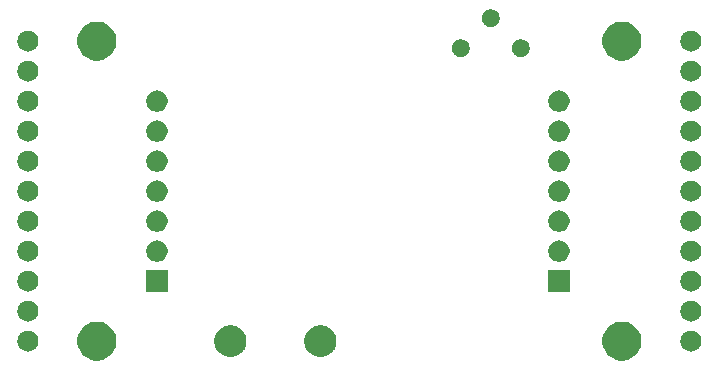
<source format=gbr>
G04 #@! TF.GenerationSoftware,KiCad,Pcbnew,(5.1.5)-3*
G04 #@! TF.CreationDate,2020-09-11T08:26:04-05:00*
G04 #@! TF.ProjectId,laser_driver,6c617365-725f-4647-9269-7665722e6b69,4.1*
G04 #@! TF.SameCoordinates,Original*
G04 #@! TF.FileFunction,Soldermask,Bot*
G04 #@! TF.FilePolarity,Negative*
%FSLAX46Y46*%
G04 Gerber Fmt 4.6, Leading zero omitted, Abs format (unit mm)*
G04 Created by KiCad (PCBNEW (5.1.5)-3) date 2020-09-11 08:26:04*
%MOMM*%
%LPD*%
G04 APERTURE LIST*
%ADD10C,0.100000*%
G04 APERTURE END LIST*
D10*
X194028000Y-105410000D02*
G75*
G03X194028000Y-105410000I-861000J0D01*
G01*
X194028000Y-102870000D02*
G75*
G03X194028000Y-102870000I-861000J0D01*
G01*
X194028000Y-100330000D02*
G75*
G03X194028000Y-100330000I-861000J0D01*
G01*
X194028000Y-97790000D02*
G75*
G03X194028000Y-97790000I-861000J0D01*
G01*
X194028000Y-95250000D02*
G75*
G03X194028000Y-95250000I-861000J0D01*
G01*
X194028000Y-92710000D02*
G75*
G03X194028000Y-92710000I-861000J0D01*
G01*
X194028000Y-90170000D02*
G75*
G03X194028000Y-90170000I-861000J0D01*
G01*
X194028000Y-87630000D02*
G75*
G03X194028000Y-87630000I-861000J0D01*
G01*
X194028000Y-85090000D02*
G75*
G03X194028000Y-85090000I-861000J0D01*
G01*
X194028000Y-82550000D02*
G75*
G03X194028000Y-82550000I-861000J0D01*
G01*
X194028000Y-80010000D02*
G75*
G03X194028000Y-80010000I-861000J0D01*
G01*
X137894000Y-105410000D02*
G75*
G03X137894000Y-105410000I-861000J0D01*
G01*
X137894000Y-102870000D02*
G75*
G03X137894000Y-102870000I-861000J0D01*
G01*
X137894000Y-100330000D02*
G75*
G03X137894000Y-100330000I-861000J0D01*
G01*
X137894000Y-97790000D02*
G75*
G03X137894000Y-97790000I-861000J0D01*
G01*
X137894000Y-95250000D02*
G75*
G03X137894000Y-95250000I-861000J0D01*
G01*
X137894000Y-92710000D02*
G75*
G03X137894000Y-92710000I-861000J0D01*
G01*
X137894000Y-90170000D02*
G75*
G03X137894000Y-90170000I-861000J0D01*
G01*
X137894000Y-87630000D02*
G75*
G03X137894000Y-87630000I-861000J0D01*
G01*
X137894000Y-85090000D02*
G75*
G03X137894000Y-85090000I-861000J0D01*
G01*
X137894000Y-82550000D02*
G75*
G03X137894000Y-82550000I-861000J0D01*
G01*
X137894000Y-80010000D02*
G75*
G03X137894000Y-80010000I-861000J0D01*
G01*
G36*
X187700256Y-103801298D02*
G01*
X187806579Y-103822447D01*
X188107042Y-103946903D01*
X188377451Y-104127585D01*
X188607415Y-104357549D01*
X188788097Y-104627958D01*
X188788098Y-104627960D01*
X188912553Y-104928422D01*
X188976000Y-105247389D01*
X188976000Y-105572611D01*
X188933702Y-105785256D01*
X188912553Y-105891579D01*
X188788097Y-106192042D01*
X188607415Y-106462451D01*
X188377451Y-106692415D01*
X188107042Y-106873097D01*
X187806579Y-106997553D01*
X187700256Y-107018702D01*
X187487611Y-107061000D01*
X187162389Y-107061000D01*
X186949744Y-107018702D01*
X186843421Y-106997553D01*
X186542958Y-106873097D01*
X186272549Y-106692415D01*
X186042585Y-106462451D01*
X185861903Y-106192042D01*
X185737447Y-105891579D01*
X185716298Y-105785256D01*
X185674000Y-105572611D01*
X185674000Y-105247389D01*
X185737447Y-104928422D01*
X185861902Y-104627960D01*
X185861903Y-104627958D01*
X186042585Y-104357549D01*
X186272549Y-104127585D01*
X186542958Y-103946903D01*
X186843421Y-103822447D01*
X186949744Y-103801298D01*
X187162389Y-103759000D01*
X187487611Y-103759000D01*
X187700256Y-103801298D01*
G37*
G36*
X143250256Y-103801298D02*
G01*
X143356579Y-103822447D01*
X143657042Y-103946903D01*
X143927451Y-104127585D01*
X144157415Y-104357549D01*
X144338097Y-104627958D01*
X144338098Y-104627960D01*
X144462553Y-104928422D01*
X144526000Y-105247389D01*
X144526000Y-105572611D01*
X144483702Y-105785256D01*
X144462553Y-105891579D01*
X144338097Y-106192042D01*
X144157415Y-106462451D01*
X143927451Y-106692415D01*
X143657042Y-106873097D01*
X143356579Y-106997553D01*
X143250256Y-107018702D01*
X143037611Y-107061000D01*
X142712389Y-107061000D01*
X142499744Y-107018702D01*
X142393421Y-106997553D01*
X142092958Y-106873097D01*
X141822549Y-106692415D01*
X141592585Y-106462451D01*
X141411903Y-106192042D01*
X141287447Y-105891579D01*
X141266298Y-105785256D01*
X141224000Y-105572611D01*
X141224000Y-105247389D01*
X141287447Y-104928422D01*
X141411902Y-104627960D01*
X141411903Y-104627958D01*
X141592585Y-104357549D01*
X141822549Y-104127585D01*
X142092958Y-103946903D01*
X142393421Y-103822447D01*
X142499744Y-103801298D01*
X142712389Y-103759000D01*
X143037611Y-103759000D01*
X143250256Y-103801298D01*
G37*
G36*
X154572072Y-104110918D02*
G01*
X154612308Y-104127584D01*
X154817939Y-104212759D01*
X154929328Y-104287187D01*
X155039211Y-104360609D01*
X155227391Y-104548789D01*
X155293008Y-104646992D01*
X155355969Y-104741218D01*
X155375242Y-104770063D01*
X155477082Y-105015928D01*
X155529000Y-105276937D01*
X155529000Y-105543063D01*
X155505512Y-105661143D01*
X155477082Y-105804072D01*
X155375241Y-106049939D01*
X155300813Y-106161328D01*
X155280292Y-106192040D01*
X155227390Y-106271212D01*
X155039212Y-106459390D01*
X154817939Y-106607241D01*
X154817938Y-106607242D01*
X154817937Y-106607242D01*
X154572072Y-106709082D01*
X154311063Y-106761000D01*
X154044937Y-106761000D01*
X153783928Y-106709082D01*
X153538063Y-106607242D01*
X153538062Y-106607242D01*
X153538061Y-106607241D01*
X153316788Y-106459390D01*
X153128610Y-106271212D01*
X153075709Y-106192040D01*
X153055187Y-106161328D01*
X152980759Y-106049939D01*
X152878918Y-105804072D01*
X152850488Y-105661143D01*
X152827000Y-105543063D01*
X152827000Y-105276937D01*
X152878918Y-105015928D01*
X152980758Y-104770063D01*
X153000032Y-104741218D01*
X153062992Y-104646992D01*
X153128609Y-104548789D01*
X153316789Y-104360609D01*
X153426672Y-104287187D01*
X153538061Y-104212759D01*
X153743693Y-104127584D01*
X153783928Y-104110918D01*
X154044937Y-104059000D01*
X154311063Y-104059000D01*
X154572072Y-104110918D01*
G37*
G36*
X162192072Y-104110918D02*
G01*
X162232308Y-104127584D01*
X162437939Y-104212759D01*
X162549328Y-104287187D01*
X162659211Y-104360609D01*
X162847391Y-104548789D01*
X162913008Y-104646992D01*
X162975969Y-104741218D01*
X162995242Y-104770063D01*
X163097082Y-105015928D01*
X163149000Y-105276937D01*
X163149000Y-105543063D01*
X163125512Y-105661143D01*
X163097082Y-105804072D01*
X162995241Y-106049939D01*
X162920813Y-106161328D01*
X162900292Y-106192040D01*
X162847390Y-106271212D01*
X162659212Y-106459390D01*
X162437939Y-106607241D01*
X162437938Y-106607242D01*
X162437937Y-106607242D01*
X162192072Y-106709082D01*
X161931063Y-106761000D01*
X161664937Y-106761000D01*
X161403928Y-106709082D01*
X161158063Y-106607242D01*
X161158062Y-106607242D01*
X161158061Y-106607241D01*
X160936788Y-106459390D01*
X160748610Y-106271212D01*
X160695709Y-106192040D01*
X160675187Y-106161328D01*
X160600759Y-106049939D01*
X160498918Y-105804072D01*
X160470488Y-105661143D01*
X160447000Y-105543063D01*
X160447000Y-105276937D01*
X160498918Y-105015928D01*
X160600758Y-104770063D01*
X160620032Y-104741218D01*
X160682992Y-104646992D01*
X160748609Y-104548789D01*
X160936789Y-104360609D01*
X161046672Y-104287187D01*
X161158061Y-104212759D01*
X161363693Y-104127584D01*
X161403928Y-104110918D01*
X161664937Y-104059000D01*
X161931063Y-104059000D01*
X162192072Y-104110918D01*
G37*
G36*
X193418143Y-104582087D02*
G01*
X193574838Y-104646992D01*
X193715853Y-104741215D01*
X193835785Y-104861147D01*
X193930008Y-105002162D01*
X193994913Y-105158857D01*
X194028000Y-105325198D01*
X194028000Y-105494802D01*
X193994913Y-105661143D01*
X193930008Y-105817838D01*
X193835785Y-105958853D01*
X193715853Y-106078785D01*
X193574838Y-106173008D01*
X193418143Y-106237913D01*
X193251802Y-106271000D01*
X193082198Y-106271000D01*
X192915857Y-106237913D01*
X192759162Y-106173008D01*
X192618147Y-106078785D01*
X192498215Y-105958853D01*
X192403992Y-105817838D01*
X192339087Y-105661143D01*
X192306000Y-105494802D01*
X192306000Y-105325198D01*
X192339087Y-105158857D01*
X192403992Y-105002162D01*
X192498215Y-104861147D01*
X192618147Y-104741215D01*
X192759162Y-104646992D01*
X192915857Y-104582087D01*
X193082198Y-104549000D01*
X193251802Y-104549000D01*
X193418143Y-104582087D01*
G37*
G36*
X137284143Y-104582087D02*
G01*
X137440838Y-104646992D01*
X137581853Y-104741215D01*
X137701785Y-104861147D01*
X137796008Y-105002162D01*
X137860913Y-105158857D01*
X137894000Y-105325198D01*
X137894000Y-105494802D01*
X137860913Y-105661143D01*
X137796008Y-105817838D01*
X137701785Y-105958853D01*
X137581853Y-106078785D01*
X137440838Y-106173008D01*
X137284143Y-106237913D01*
X137117802Y-106271000D01*
X136948198Y-106271000D01*
X136781857Y-106237913D01*
X136625162Y-106173008D01*
X136484147Y-106078785D01*
X136364215Y-105958853D01*
X136269992Y-105817838D01*
X136205087Y-105661143D01*
X136172000Y-105494802D01*
X136172000Y-105325198D01*
X136205087Y-105158857D01*
X136269992Y-105002162D01*
X136364215Y-104861147D01*
X136484147Y-104741215D01*
X136625162Y-104646992D01*
X136781857Y-104582087D01*
X136948198Y-104549000D01*
X137117802Y-104549000D01*
X137284143Y-104582087D01*
G37*
G36*
X193418143Y-102042087D02*
G01*
X193574838Y-102106992D01*
X193715853Y-102201215D01*
X193835785Y-102321147D01*
X193930008Y-102462162D01*
X193994913Y-102618857D01*
X194028000Y-102785198D01*
X194028000Y-102954802D01*
X193994913Y-103121143D01*
X193930008Y-103277838D01*
X193835785Y-103418853D01*
X193715853Y-103538785D01*
X193574838Y-103633008D01*
X193418143Y-103697913D01*
X193251802Y-103731000D01*
X193082198Y-103731000D01*
X192915857Y-103697913D01*
X192759162Y-103633008D01*
X192618147Y-103538785D01*
X192498215Y-103418853D01*
X192403992Y-103277838D01*
X192339087Y-103121143D01*
X192306000Y-102954802D01*
X192306000Y-102785198D01*
X192339087Y-102618857D01*
X192403992Y-102462162D01*
X192498215Y-102321147D01*
X192618147Y-102201215D01*
X192759162Y-102106992D01*
X192915857Y-102042087D01*
X193082198Y-102009000D01*
X193251802Y-102009000D01*
X193418143Y-102042087D01*
G37*
G36*
X137284143Y-102042087D02*
G01*
X137440838Y-102106992D01*
X137581853Y-102201215D01*
X137701785Y-102321147D01*
X137796008Y-102462162D01*
X137860913Y-102618857D01*
X137894000Y-102785198D01*
X137894000Y-102954802D01*
X137860913Y-103121143D01*
X137796008Y-103277838D01*
X137701785Y-103418853D01*
X137581853Y-103538785D01*
X137440838Y-103633008D01*
X137284143Y-103697913D01*
X137117802Y-103731000D01*
X136948198Y-103731000D01*
X136781857Y-103697913D01*
X136625162Y-103633008D01*
X136484147Y-103538785D01*
X136364215Y-103418853D01*
X136269992Y-103277838D01*
X136205087Y-103121143D01*
X136172000Y-102954802D01*
X136172000Y-102785198D01*
X136205087Y-102618857D01*
X136269992Y-102462162D01*
X136364215Y-102321147D01*
X136484147Y-102201215D01*
X136625162Y-102106992D01*
X136781857Y-102042087D01*
X136948198Y-102009000D01*
X137117802Y-102009000D01*
X137284143Y-102042087D01*
G37*
G36*
X148856000Y-101231000D02*
G01*
X147054000Y-101231000D01*
X147054000Y-99429000D01*
X148856000Y-99429000D01*
X148856000Y-101231000D01*
G37*
G36*
X182892000Y-101231000D02*
G01*
X181090000Y-101231000D01*
X181090000Y-99429000D01*
X182892000Y-99429000D01*
X182892000Y-101231000D01*
G37*
G36*
X137284143Y-99502087D02*
G01*
X137440838Y-99566992D01*
X137581853Y-99661215D01*
X137701785Y-99781147D01*
X137796008Y-99922162D01*
X137860913Y-100078857D01*
X137894000Y-100245198D01*
X137894000Y-100414802D01*
X137860913Y-100581143D01*
X137796008Y-100737838D01*
X137701785Y-100878853D01*
X137581853Y-100998785D01*
X137440838Y-101093008D01*
X137284143Y-101157913D01*
X137117802Y-101191000D01*
X136948198Y-101191000D01*
X136781857Y-101157913D01*
X136625162Y-101093008D01*
X136484147Y-100998785D01*
X136364215Y-100878853D01*
X136269992Y-100737838D01*
X136205087Y-100581143D01*
X136172000Y-100414802D01*
X136172000Y-100245198D01*
X136205087Y-100078857D01*
X136269992Y-99922162D01*
X136364215Y-99781147D01*
X136484147Y-99661215D01*
X136625162Y-99566992D01*
X136781857Y-99502087D01*
X136948198Y-99469000D01*
X137117802Y-99469000D01*
X137284143Y-99502087D01*
G37*
G36*
X193418143Y-99502087D02*
G01*
X193574838Y-99566992D01*
X193715853Y-99661215D01*
X193835785Y-99781147D01*
X193930008Y-99922162D01*
X193994913Y-100078857D01*
X194028000Y-100245198D01*
X194028000Y-100414802D01*
X193994913Y-100581143D01*
X193930008Y-100737838D01*
X193835785Y-100878853D01*
X193715853Y-100998785D01*
X193574838Y-101093008D01*
X193418143Y-101157913D01*
X193251802Y-101191000D01*
X193082198Y-101191000D01*
X192915857Y-101157913D01*
X192759162Y-101093008D01*
X192618147Y-100998785D01*
X192498215Y-100878853D01*
X192403992Y-100737838D01*
X192339087Y-100581143D01*
X192306000Y-100414802D01*
X192306000Y-100245198D01*
X192339087Y-100078857D01*
X192403992Y-99922162D01*
X192498215Y-99781147D01*
X192618147Y-99661215D01*
X192759162Y-99566992D01*
X192915857Y-99502087D01*
X193082198Y-99469000D01*
X193251802Y-99469000D01*
X193418143Y-99502087D01*
G37*
G36*
X182104512Y-96893927D02*
G01*
X182253812Y-96923624D01*
X182417784Y-96991544D01*
X182565354Y-97090147D01*
X182690853Y-97215646D01*
X182789456Y-97363216D01*
X182857376Y-97527188D01*
X182892000Y-97701259D01*
X182892000Y-97878741D01*
X182857376Y-98052812D01*
X182789456Y-98216784D01*
X182690853Y-98364354D01*
X182565354Y-98489853D01*
X182417784Y-98588456D01*
X182253812Y-98656376D01*
X182104512Y-98686073D01*
X182079742Y-98691000D01*
X181902258Y-98691000D01*
X181877488Y-98686073D01*
X181728188Y-98656376D01*
X181564216Y-98588456D01*
X181416646Y-98489853D01*
X181291147Y-98364354D01*
X181192544Y-98216784D01*
X181124624Y-98052812D01*
X181090000Y-97878741D01*
X181090000Y-97701259D01*
X181124624Y-97527188D01*
X181192544Y-97363216D01*
X181291147Y-97215646D01*
X181416646Y-97090147D01*
X181564216Y-96991544D01*
X181728188Y-96923624D01*
X181877488Y-96893927D01*
X181902258Y-96889000D01*
X182079742Y-96889000D01*
X182104512Y-96893927D01*
G37*
G36*
X148068512Y-96893927D02*
G01*
X148217812Y-96923624D01*
X148381784Y-96991544D01*
X148529354Y-97090147D01*
X148654853Y-97215646D01*
X148753456Y-97363216D01*
X148821376Y-97527188D01*
X148856000Y-97701259D01*
X148856000Y-97878741D01*
X148821376Y-98052812D01*
X148753456Y-98216784D01*
X148654853Y-98364354D01*
X148529354Y-98489853D01*
X148381784Y-98588456D01*
X148217812Y-98656376D01*
X148068512Y-98686073D01*
X148043742Y-98691000D01*
X147866258Y-98691000D01*
X147841488Y-98686073D01*
X147692188Y-98656376D01*
X147528216Y-98588456D01*
X147380646Y-98489853D01*
X147255147Y-98364354D01*
X147156544Y-98216784D01*
X147088624Y-98052812D01*
X147054000Y-97878741D01*
X147054000Y-97701259D01*
X147088624Y-97527188D01*
X147156544Y-97363216D01*
X147255147Y-97215646D01*
X147380646Y-97090147D01*
X147528216Y-96991544D01*
X147692188Y-96923624D01*
X147841488Y-96893927D01*
X147866258Y-96889000D01*
X148043742Y-96889000D01*
X148068512Y-96893927D01*
G37*
G36*
X193418143Y-96962087D02*
G01*
X193574838Y-97026992D01*
X193715853Y-97121215D01*
X193835785Y-97241147D01*
X193930008Y-97382162D01*
X193994913Y-97538857D01*
X194028000Y-97705198D01*
X194028000Y-97874802D01*
X193994913Y-98041143D01*
X193930008Y-98197838D01*
X193835785Y-98338853D01*
X193715853Y-98458785D01*
X193574838Y-98553008D01*
X193418143Y-98617913D01*
X193251802Y-98651000D01*
X193082198Y-98651000D01*
X192915857Y-98617913D01*
X192759162Y-98553008D01*
X192618147Y-98458785D01*
X192498215Y-98338853D01*
X192403992Y-98197838D01*
X192339087Y-98041143D01*
X192306000Y-97874802D01*
X192306000Y-97705198D01*
X192339087Y-97538857D01*
X192403992Y-97382162D01*
X192498215Y-97241147D01*
X192618147Y-97121215D01*
X192759162Y-97026992D01*
X192915857Y-96962087D01*
X193082198Y-96929000D01*
X193251802Y-96929000D01*
X193418143Y-96962087D01*
G37*
G36*
X137284143Y-96962087D02*
G01*
X137440838Y-97026992D01*
X137581853Y-97121215D01*
X137701785Y-97241147D01*
X137796008Y-97382162D01*
X137860913Y-97538857D01*
X137894000Y-97705198D01*
X137894000Y-97874802D01*
X137860913Y-98041143D01*
X137796008Y-98197838D01*
X137701785Y-98338853D01*
X137581853Y-98458785D01*
X137440838Y-98553008D01*
X137284143Y-98617913D01*
X137117802Y-98651000D01*
X136948198Y-98651000D01*
X136781857Y-98617913D01*
X136625162Y-98553008D01*
X136484147Y-98458785D01*
X136364215Y-98338853D01*
X136269992Y-98197838D01*
X136205087Y-98041143D01*
X136172000Y-97874802D01*
X136172000Y-97705198D01*
X136205087Y-97538857D01*
X136269992Y-97382162D01*
X136364215Y-97241147D01*
X136484147Y-97121215D01*
X136625162Y-97026992D01*
X136781857Y-96962087D01*
X136948198Y-96929000D01*
X137117802Y-96929000D01*
X137284143Y-96962087D01*
G37*
G36*
X182104512Y-94353927D02*
G01*
X182253812Y-94383624D01*
X182417784Y-94451544D01*
X182565354Y-94550147D01*
X182690853Y-94675646D01*
X182789456Y-94823216D01*
X182857376Y-94987188D01*
X182892000Y-95161259D01*
X182892000Y-95338741D01*
X182857376Y-95512812D01*
X182789456Y-95676784D01*
X182690853Y-95824354D01*
X182565354Y-95949853D01*
X182417784Y-96048456D01*
X182253812Y-96116376D01*
X182104512Y-96146073D01*
X182079742Y-96151000D01*
X181902258Y-96151000D01*
X181877488Y-96146073D01*
X181728188Y-96116376D01*
X181564216Y-96048456D01*
X181416646Y-95949853D01*
X181291147Y-95824354D01*
X181192544Y-95676784D01*
X181124624Y-95512812D01*
X181090000Y-95338741D01*
X181090000Y-95161259D01*
X181124624Y-94987188D01*
X181192544Y-94823216D01*
X181291147Y-94675646D01*
X181416646Y-94550147D01*
X181564216Y-94451544D01*
X181728188Y-94383624D01*
X181877488Y-94353927D01*
X181902258Y-94349000D01*
X182079742Y-94349000D01*
X182104512Y-94353927D01*
G37*
G36*
X148068512Y-94353927D02*
G01*
X148217812Y-94383624D01*
X148381784Y-94451544D01*
X148529354Y-94550147D01*
X148654853Y-94675646D01*
X148753456Y-94823216D01*
X148821376Y-94987188D01*
X148856000Y-95161259D01*
X148856000Y-95338741D01*
X148821376Y-95512812D01*
X148753456Y-95676784D01*
X148654853Y-95824354D01*
X148529354Y-95949853D01*
X148381784Y-96048456D01*
X148217812Y-96116376D01*
X148068512Y-96146073D01*
X148043742Y-96151000D01*
X147866258Y-96151000D01*
X147841488Y-96146073D01*
X147692188Y-96116376D01*
X147528216Y-96048456D01*
X147380646Y-95949853D01*
X147255147Y-95824354D01*
X147156544Y-95676784D01*
X147088624Y-95512812D01*
X147054000Y-95338741D01*
X147054000Y-95161259D01*
X147088624Y-94987188D01*
X147156544Y-94823216D01*
X147255147Y-94675646D01*
X147380646Y-94550147D01*
X147528216Y-94451544D01*
X147692188Y-94383624D01*
X147841488Y-94353927D01*
X147866258Y-94349000D01*
X148043742Y-94349000D01*
X148068512Y-94353927D01*
G37*
G36*
X193418143Y-94422087D02*
G01*
X193574838Y-94486992D01*
X193715853Y-94581215D01*
X193835785Y-94701147D01*
X193930008Y-94842162D01*
X193994913Y-94998857D01*
X194028000Y-95165198D01*
X194028000Y-95334802D01*
X193994913Y-95501143D01*
X193930008Y-95657838D01*
X193835785Y-95798853D01*
X193715853Y-95918785D01*
X193574838Y-96013008D01*
X193418143Y-96077913D01*
X193251802Y-96111000D01*
X193082198Y-96111000D01*
X192915857Y-96077913D01*
X192759162Y-96013008D01*
X192618147Y-95918785D01*
X192498215Y-95798853D01*
X192403992Y-95657838D01*
X192339087Y-95501143D01*
X192306000Y-95334802D01*
X192306000Y-95165198D01*
X192339087Y-94998857D01*
X192403992Y-94842162D01*
X192498215Y-94701147D01*
X192618147Y-94581215D01*
X192759162Y-94486992D01*
X192915857Y-94422087D01*
X193082198Y-94389000D01*
X193251802Y-94389000D01*
X193418143Y-94422087D01*
G37*
G36*
X137284143Y-94422087D02*
G01*
X137440838Y-94486992D01*
X137581853Y-94581215D01*
X137701785Y-94701147D01*
X137796008Y-94842162D01*
X137860913Y-94998857D01*
X137894000Y-95165198D01*
X137894000Y-95334802D01*
X137860913Y-95501143D01*
X137796008Y-95657838D01*
X137701785Y-95798853D01*
X137581853Y-95918785D01*
X137440838Y-96013008D01*
X137284143Y-96077913D01*
X137117802Y-96111000D01*
X136948198Y-96111000D01*
X136781857Y-96077913D01*
X136625162Y-96013008D01*
X136484147Y-95918785D01*
X136364215Y-95798853D01*
X136269992Y-95657838D01*
X136205087Y-95501143D01*
X136172000Y-95334802D01*
X136172000Y-95165198D01*
X136205087Y-94998857D01*
X136269992Y-94842162D01*
X136364215Y-94701147D01*
X136484147Y-94581215D01*
X136625162Y-94486992D01*
X136781857Y-94422087D01*
X136948198Y-94389000D01*
X137117802Y-94389000D01*
X137284143Y-94422087D01*
G37*
G36*
X148068512Y-91813927D02*
G01*
X148217812Y-91843624D01*
X148381784Y-91911544D01*
X148529354Y-92010147D01*
X148654853Y-92135646D01*
X148753456Y-92283216D01*
X148821376Y-92447188D01*
X148856000Y-92621259D01*
X148856000Y-92798741D01*
X148821376Y-92972812D01*
X148753456Y-93136784D01*
X148654853Y-93284354D01*
X148529354Y-93409853D01*
X148381784Y-93508456D01*
X148217812Y-93576376D01*
X148068512Y-93606073D01*
X148043742Y-93611000D01*
X147866258Y-93611000D01*
X147841488Y-93606073D01*
X147692188Y-93576376D01*
X147528216Y-93508456D01*
X147380646Y-93409853D01*
X147255147Y-93284354D01*
X147156544Y-93136784D01*
X147088624Y-92972812D01*
X147054000Y-92798741D01*
X147054000Y-92621259D01*
X147088624Y-92447188D01*
X147156544Y-92283216D01*
X147255147Y-92135646D01*
X147380646Y-92010147D01*
X147528216Y-91911544D01*
X147692188Y-91843624D01*
X147841488Y-91813927D01*
X147866258Y-91809000D01*
X148043742Y-91809000D01*
X148068512Y-91813927D01*
G37*
G36*
X182104512Y-91813927D02*
G01*
X182253812Y-91843624D01*
X182417784Y-91911544D01*
X182565354Y-92010147D01*
X182690853Y-92135646D01*
X182789456Y-92283216D01*
X182857376Y-92447188D01*
X182892000Y-92621259D01*
X182892000Y-92798741D01*
X182857376Y-92972812D01*
X182789456Y-93136784D01*
X182690853Y-93284354D01*
X182565354Y-93409853D01*
X182417784Y-93508456D01*
X182253812Y-93576376D01*
X182104512Y-93606073D01*
X182079742Y-93611000D01*
X181902258Y-93611000D01*
X181877488Y-93606073D01*
X181728188Y-93576376D01*
X181564216Y-93508456D01*
X181416646Y-93409853D01*
X181291147Y-93284354D01*
X181192544Y-93136784D01*
X181124624Y-92972812D01*
X181090000Y-92798741D01*
X181090000Y-92621259D01*
X181124624Y-92447188D01*
X181192544Y-92283216D01*
X181291147Y-92135646D01*
X181416646Y-92010147D01*
X181564216Y-91911544D01*
X181728188Y-91843624D01*
X181877488Y-91813927D01*
X181902258Y-91809000D01*
X182079742Y-91809000D01*
X182104512Y-91813927D01*
G37*
G36*
X137284143Y-91882087D02*
G01*
X137440838Y-91946992D01*
X137581853Y-92041215D01*
X137701785Y-92161147D01*
X137796008Y-92302162D01*
X137860913Y-92458857D01*
X137894000Y-92625198D01*
X137894000Y-92794802D01*
X137860913Y-92961143D01*
X137796008Y-93117838D01*
X137701785Y-93258853D01*
X137581853Y-93378785D01*
X137440838Y-93473008D01*
X137284143Y-93537913D01*
X137117802Y-93571000D01*
X136948198Y-93571000D01*
X136781857Y-93537913D01*
X136625162Y-93473008D01*
X136484147Y-93378785D01*
X136364215Y-93258853D01*
X136269992Y-93117838D01*
X136205087Y-92961143D01*
X136172000Y-92794802D01*
X136172000Y-92625198D01*
X136205087Y-92458857D01*
X136269992Y-92302162D01*
X136364215Y-92161147D01*
X136484147Y-92041215D01*
X136625162Y-91946992D01*
X136781857Y-91882087D01*
X136948198Y-91849000D01*
X137117802Y-91849000D01*
X137284143Y-91882087D01*
G37*
G36*
X193418143Y-91882087D02*
G01*
X193574838Y-91946992D01*
X193715853Y-92041215D01*
X193835785Y-92161147D01*
X193930008Y-92302162D01*
X193994913Y-92458857D01*
X194028000Y-92625198D01*
X194028000Y-92794802D01*
X193994913Y-92961143D01*
X193930008Y-93117838D01*
X193835785Y-93258853D01*
X193715853Y-93378785D01*
X193574838Y-93473008D01*
X193418143Y-93537913D01*
X193251802Y-93571000D01*
X193082198Y-93571000D01*
X192915857Y-93537913D01*
X192759162Y-93473008D01*
X192618147Y-93378785D01*
X192498215Y-93258853D01*
X192403992Y-93117838D01*
X192339087Y-92961143D01*
X192306000Y-92794802D01*
X192306000Y-92625198D01*
X192339087Y-92458857D01*
X192403992Y-92302162D01*
X192498215Y-92161147D01*
X192618147Y-92041215D01*
X192759162Y-91946992D01*
X192915857Y-91882087D01*
X193082198Y-91849000D01*
X193251802Y-91849000D01*
X193418143Y-91882087D01*
G37*
G36*
X148068512Y-89273927D02*
G01*
X148217812Y-89303624D01*
X148381784Y-89371544D01*
X148529354Y-89470147D01*
X148654853Y-89595646D01*
X148753456Y-89743216D01*
X148821376Y-89907188D01*
X148856000Y-90081259D01*
X148856000Y-90258741D01*
X148821376Y-90432812D01*
X148753456Y-90596784D01*
X148654853Y-90744354D01*
X148529354Y-90869853D01*
X148381784Y-90968456D01*
X148217812Y-91036376D01*
X148068512Y-91066073D01*
X148043742Y-91071000D01*
X147866258Y-91071000D01*
X147841488Y-91066073D01*
X147692188Y-91036376D01*
X147528216Y-90968456D01*
X147380646Y-90869853D01*
X147255147Y-90744354D01*
X147156544Y-90596784D01*
X147088624Y-90432812D01*
X147054000Y-90258741D01*
X147054000Y-90081259D01*
X147088624Y-89907188D01*
X147156544Y-89743216D01*
X147255147Y-89595646D01*
X147380646Y-89470147D01*
X147528216Y-89371544D01*
X147692188Y-89303624D01*
X147841488Y-89273927D01*
X147866258Y-89269000D01*
X148043742Y-89269000D01*
X148068512Y-89273927D01*
G37*
G36*
X182104512Y-89273927D02*
G01*
X182253812Y-89303624D01*
X182417784Y-89371544D01*
X182565354Y-89470147D01*
X182690853Y-89595646D01*
X182789456Y-89743216D01*
X182857376Y-89907188D01*
X182892000Y-90081259D01*
X182892000Y-90258741D01*
X182857376Y-90432812D01*
X182789456Y-90596784D01*
X182690853Y-90744354D01*
X182565354Y-90869853D01*
X182417784Y-90968456D01*
X182253812Y-91036376D01*
X182104512Y-91066073D01*
X182079742Y-91071000D01*
X181902258Y-91071000D01*
X181877488Y-91066073D01*
X181728188Y-91036376D01*
X181564216Y-90968456D01*
X181416646Y-90869853D01*
X181291147Y-90744354D01*
X181192544Y-90596784D01*
X181124624Y-90432812D01*
X181090000Y-90258741D01*
X181090000Y-90081259D01*
X181124624Y-89907188D01*
X181192544Y-89743216D01*
X181291147Y-89595646D01*
X181416646Y-89470147D01*
X181564216Y-89371544D01*
X181728188Y-89303624D01*
X181877488Y-89273927D01*
X181902258Y-89269000D01*
X182079742Y-89269000D01*
X182104512Y-89273927D01*
G37*
G36*
X193418143Y-89342087D02*
G01*
X193574838Y-89406992D01*
X193715853Y-89501215D01*
X193835785Y-89621147D01*
X193930008Y-89762162D01*
X193994913Y-89918857D01*
X194028000Y-90085198D01*
X194028000Y-90254802D01*
X193994913Y-90421143D01*
X193930008Y-90577838D01*
X193835785Y-90718853D01*
X193715853Y-90838785D01*
X193574838Y-90933008D01*
X193418143Y-90997913D01*
X193251802Y-91031000D01*
X193082198Y-91031000D01*
X192915857Y-90997913D01*
X192759162Y-90933008D01*
X192618147Y-90838785D01*
X192498215Y-90718853D01*
X192403992Y-90577838D01*
X192339087Y-90421143D01*
X192306000Y-90254802D01*
X192306000Y-90085198D01*
X192339087Y-89918857D01*
X192403992Y-89762162D01*
X192498215Y-89621147D01*
X192618147Y-89501215D01*
X192759162Y-89406992D01*
X192915857Y-89342087D01*
X193082198Y-89309000D01*
X193251802Y-89309000D01*
X193418143Y-89342087D01*
G37*
G36*
X137284143Y-89342087D02*
G01*
X137440838Y-89406992D01*
X137581853Y-89501215D01*
X137701785Y-89621147D01*
X137796008Y-89762162D01*
X137860913Y-89918857D01*
X137894000Y-90085198D01*
X137894000Y-90254802D01*
X137860913Y-90421143D01*
X137796008Y-90577838D01*
X137701785Y-90718853D01*
X137581853Y-90838785D01*
X137440838Y-90933008D01*
X137284143Y-90997913D01*
X137117802Y-91031000D01*
X136948198Y-91031000D01*
X136781857Y-90997913D01*
X136625162Y-90933008D01*
X136484147Y-90838785D01*
X136364215Y-90718853D01*
X136269992Y-90577838D01*
X136205087Y-90421143D01*
X136172000Y-90254802D01*
X136172000Y-90085198D01*
X136205087Y-89918857D01*
X136269992Y-89762162D01*
X136364215Y-89621147D01*
X136484147Y-89501215D01*
X136625162Y-89406992D01*
X136781857Y-89342087D01*
X136948198Y-89309000D01*
X137117802Y-89309000D01*
X137284143Y-89342087D01*
G37*
G36*
X182104512Y-86733927D02*
G01*
X182253812Y-86763624D01*
X182417784Y-86831544D01*
X182565354Y-86930147D01*
X182690853Y-87055646D01*
X182789456Y-87203216D01*
X182857376Y-87367188D01*
X182892000Y-87541259D01*
X182892000Y-87718741D01*
X182857376Y-87892812D01*
X182789456Y-88056784D01*
X182690853Y-88204354D01*
X182565354Y-88329853D01*
X182417784Y-88428456D01*
X182253812Y-88496376D01*
X182104512Y-88526073D01*
X182079742Y-88531000D01*
X181902258Y-88531000D01*
X181877488Y-88526073D01*
X181728188Y-88496376D01*
X181564216Y-88428456D01*
X181416646Y-88329853D01*
X181291147Y-88204354D01*
X181192544Y-88056784D01*
X181124624Y-87892812D01*
X181090000Y-87718741D01*
X181090000Y-87541259D01*
X181124624Y-87367188D01*
X181192544Y-87203216D01*
X181291147Y-87055646D01*
X181416646Y-86930147D01*
X181564216Y-86831544D01*
X181728188Y-86763624D01*
X181877488Y-86733927D01*
X181902258Y-86729000D01*
X182079742Y-86729000D01*
X182104512Y-86733927D01*
G37*
G36*
X148068512Y-86733927D02*
G01*
X148217812Y-86763624D01*
X148381784Y-86831544D01*
X148529354Y-86930147D01*
X148654853Y-87055646D01*
X148753456Y-87203216D01*
X148821376Y-87367188D01*
X148856000Y-87541259D01*
X148856000Y-87718741D01*
X148821376Y-87892812D01*
X148753456Y-88056784D01*
X148654853Y-88204354D01*
X148529354Y-88329853D01*
X148381784Y-88428456D01*
X148217812Y-88496376D01*
X148068512Y-88526073D01*
X148043742Y-88531000D01*
X147866258Y-88531000D01*
X147841488Y-88526073D01*
X147692188Y-88496376D01*
X147528216Y-88428456D01*
X147380646Y-88329853D01*
X147255147Y-88204354D01*
X147156544Y-88056784D01*
X147088624Y-87892812D01*
X147054000Y-87718741D01*
X147054000Y-87541259D01*
X147088624Y-87367188D01*
X147156544Y-87203216D01*
X147255147Y-87055646D01*
X147380646Y-86930147D01*
X147528216Y-86831544D01*
X147692188Y-86763624D01*
X147841488Y-86733927D01*
X147866258Y-86729000D01*
X148043742Y-86729000D01*
X148068512Y-86733927D01*
G37*
G36*
X193418143Y-86802087D02*
G01*
X193574838Y-86866992D01*
X193715853Y-86961215D01*
X193835785Y-87081147D01*
X193930008Y-87222162D01*
X193994913Y-87378857D01*
X194028000Y-87545198D01*
X194028000Y-87714802D01*
X193994913Y-87881143D01*
X193930008Y-88037838D01*
X193835785Y-88178853D01*
X193715853Y-88298785D01*
X193574838Y-88393008D01*
X193418143Y-88457913D01*
X193251802Y-88491000D01*
X193082198Y-88491000D01*
X192915857Y-88457913D01*
X192759162Y-88393008D01*
X192618147Y-88298785D01*
X192498215Y-88178853D01*
X192403992Y-88037838D01*
X192339087Y-87881143D01*
X192306000Y-87714802D01*
X192306000Y-87545198D01*
X192339087Y-87378857D01*
X192403992Y-87222162D01*
X192498215Y-87081147D01*
X192618147Y-86961215D01*
X192759162Y-86866992D01*
X192915857Y-86802087D01*
X193082198Y-86769000D01*
X193251802Y-86769000D01*
X193418143Y-86802087D01*
G37*
G36*
X137284143Y-86802087D02*
G01*
X137440838Y-86866992D01*
X137581853Y-86961215D01*
X137701785Y-87081147D01*
X137796008Y-87222162D01*
X137860913Y-87378857D01*
X137894000Y-87545198D01*
X137894000Y-87714802D01*
X137860913Y-87881143D01*
X137796008Y-88037838D01*
X137701785Y-88178853D01*
X137581853Y-88298785D01*
X137440838Y-88393008D01*
X137284143Y-88457913D01*
X137117802Y-88491000D01*
X136948198Y-88491000D01*
X136781857Y-88457913D01*
X136625162Y-88393008D01*
X136484147Y-88298785D01*
X136364215Y-88178853D01*
X136269992Y-88037838D01*
X136205087Y-87881143D01*
X136172000Y-87714802D01*
X136172000Y-87545198D01*
X136205087Y-87378857D01*
X136269992Y-87222162D01*
X136364215Y-87081147D01*
X136484147Y-86961215D01*
X136625162Y-86866992D01*
X136781857Y-86802087D01*
X136948198Y-86769000D01*
X137117802Y-86769000D01*
X137284143Y-86802087D01*
G37*
G36*
X182104512Y-84193927D02*
G01*
X182253812Y-84223624D01*
X182417784Y-84291544D01*
X182565354Y-84390147D01*
X182690853Y-84515646D01*
X182789456Y-84663216D01*
X182857376Y-84827188D01*
X182892000Y-85001259D01*
X182892000Y-85178741D01*
X182857376Y-85352812D01*
X182789456Y-85516784D01*
X182690853Y-85664354D01*
X182565354Y-85789853D01*
X182417784Y-85888456D01*
X182253812Y-85956376D01*
X182104512Y-85986073D01*
X182079742Y-85991000D01*
X181902258Y-85991000D01*
X181877488Y-85986073D01*
X181728188Y-85956376D01*
X181564216Y-85888456D01*
X181416646Y-85789853D01*
X181291147Y-85664354D01*
X181192544Y-85516784D01*
X181124624Y-85352812D01*
X181090000Y-85178741D01*
X181090000Y-85001259D01*
X181124624Y-84827188D01*
X181192544Y-84663216D01*
X181291147Y-84515646D01*
X181416646Y-84390147D01*
X181564216Y-84291544D01*
X181728188Y-84223624D01*
X181877488Y-84193927D01*
X181902258Y-84189000D01*
X182079742Y-84189000D01*
X182104512Y-84193927D01*
G37*
G36*
X148068512Y-84193927D02*
G01*
X148217812Y-84223624D01*
X148381784Y-84291544D01*
X148529354Y-84390147D01*
X148654853Y-84515646D01*
X148753456Y-84663216D01*
X148821376Y-84827188D01*
X148856000Y-85001259D01*
X148856000Y-85178741D01*
X148821376Y-85352812D01*
X148753456Y-85516784D01*
X148654853Y-85664354D01*
X148529354Y-85789853D01*
X148381784Y-85888456D01*
X148217812Y-85956376D01*
X148068512Y-85986073D01*
X148043742Y-85991000D01*
X147866258Y-85991000D01*
X147841488Y-85986073D01*
X147692188Y-85956376D01*
X147528216Y-85888456D01*
X147380646Y-85789853D01*
X147255147Y-85664354D01*
X147156544Y-85516784D01*
X147088624Y-85352812D01*
X147054000Y-85178741D01*
X147054000Y-85001259D01*
X147088624Y-84827188D01*
X147156544Y-84663216D01*
X147255147Y-84515646D01*
X147380646Y-84390147D01*
X147528216Y-84291544D01*
X147692188Y-84223624D01*
X147841488Y-84193927D01*
X147866258Y-84189000D01*
X148043742Y-84189000D01*
X148068512Y-84193927D01*
G37*
G36*
X137284143Y-84262087D02*
G01*
X137440838Y-84326992D01*
X137581853Y-84421215D01*
X137701785Y-84541147D01*
X137796008Y-84682162D01*
X137860913Y-84838857D01*
X137894000Y-85005198D01*
X137894000Y-85174802D01*
X137860913Y-85341143D01*
X137796008Y-85497838D01*
X137701785Y-85638853D01*
X137581853Y-85758785D01*
X137440838Y-85853008D01*
X137284143Y-85917913D01*
X137117802Y-85951000D01*
X136948198Y-85951000D01*
X136781857Y-85917913D01*
X136625162Y-85853008D01*
X136484147Y-85758785D01*
X136364215Y-85638853D01*
X136269992Y-85497838D01*
X136205087Y-85341143D01*
X136172000Y-85174802D01*
X136172000Y-85005198D01*
X136205087Y-84838857D01*
X136269992Y-84682162D01*
X136364215Y-84541147D01*
X136484147Y-84421215D01*
X136625162Y-84326992D01*
X136781857Y-84262087D01*
X136948198Y-84229000D01*
X137117802Y-84229000D01*
X137284143Y-84262087D01*
G37*
G36*
X193418143Y-84262087D02*
G01*
X193574838Y-84326992D01*
X193715853Y-84421215D01*
X193835785Y-84541147D01*
X193930008Y-84682162D01*
X193994913Y-84838857D01*
X194028000Y-85005198D01*
X194028000Y-85174802D01*
X193994913Y-85341143D01*
X193930008Y-85497838D01*
X193835785Y-85638853D01*
X193715853Y-85758785D01*
X193574838Y-85853008D01*
X193418143Y-85917913D01*
X193251802Y-85951000D01*
X193082198Y-85951000D01*
X192915857Y-85917913D01*
X192759162Y-85853008D01*
X192618147Y-85758785D01*
X192498215Y-85638853D01*
X192403992Y-85497838D01*
X192339087Y-85341143D01*
X192306000Y-85174802D01*
X192306000Y-85005198D01*
X192339087Y-84838857D01*
X192403992Y-84682162D01*
X192498215Y-84541147D01*
X192618147Y-84421215D01*
X192759162Y-84326992D01*
X192915857Y-84262087D01*
X193082198Y-84229000D01*
X193251802Y-84229000D01*
X193418143Y-84262087D01*
G37*
G36*
X193418143Y-81722087D02*
G01*
X193574838Y-81786992D01*
X193715853Y-81881215D01*
X193835785Y-82001147D01*
X193930008Y-82142162D01*
X193994913Y-82298857D01*
X194028000Y-82465198D01*
X194028000Y-82634802D01*
X193994913Y-82801143D01*
X193930008Y-82957838D01*
X193835785Y-83098853D01*
X193715853Y-83218785D01*
X193574838Y-83313008D01*
X193418143Y-83377913D01*
X193251802Y-83411000D01*
X193082198Y-83411000D01*
X192915857Y-83377913D01*
X192759162Y-83313008D01*
X192618147Y-83218785D01*
X192498215Y-83098853D01*
X192403992Y-82957838D01*
X192339087Y-82801143D01*
X192306000Y-82634802D01*
X192306000Y-82465198D01*
X192339087Y-82298857D01*
X192403992Y-82142162D01*
X192498215Y-82001147D01*
X192618147Y-81881215D01*
X192759162Y-81786992D01*
X192915857Y-81722087D01*
X193082198Y-81689000D01*
X193251802Y-81689000D01*
X193418143Y-81722087D01*
G37*
G36*
X137284143Y-81722087D02*
G01*
X137440838Y-81786992D01*
X137581853Y-81881215D01*
X137701785Y-82001147D01*
X137796008Y-82142162D01*
X137860913Y-82298857D01*
X137894000Y-82465198D01*
X137894000Y-82634802D01*
X137860913Y-82801143D01*
X137796008Y-82957838D01*
X137701785Y-83098853D01*
X137581853Y-83218785D01*
X137440838Y-83313008D01*
X137284143Y-83377913D01*
X137117802Y-83411000D01*
X136948198Y-83411000D01*
X136781857Y-83377913D01*
X136625162Y-83313008D01*
X136484147Y-83218785D01*
X136364215Y-83098853D01*
X136269992Y-82957838D01*
X136205087Y-82801143D01*
X136172000Y-82634802D01*
X136172000Y-82465198D01*
X136205087Y-82298857D01*
X136269992Y-82142162D01*
X136364215Y-82001147D01*
X136484147Y-81881215D01*
X136625162Y-81786992D01*
X136781857Y-81722087D01*
X136948198Y-81689000D01*
X137117802Y-81689000D01*
X137284143Y-81722087D01*
G37*
G36*
X187700256Y-78401298D02*
G01*
X187806579Y-78422447D01*
X188107042Y-78546903D01*
X188377451Y-78727585D01*
X188607415Y-78957549D01*
X188788097Y-79227958D01*
X188788098Y-79227960D01*
X188912553Y-79528422D01*
X188976000Y-79847389D01*
X188976000Y-80172611D01*
X188933702Y-80385256D01*
X188912553Y-80491579D01*
X188788097Y-80792042D01*
X188607415Y-81062451D01*
X188377451Y-81292415D01*
X188107042Y-81473097D01*
X187806579Y-81597553D01*
X187700256Y-81618702D01*
X187487611Y-81661000D01*
X187162389Y-81661000D01*
X186949744Y-81618702D01*
X186843421Y-81597553D01*
X186542958Y-81473097D01*
X186272549Y-81292415D01*
X186042585Y-81062451D01*
X185861903Y-80792042D01*
X185737447Y-80491579D01*
X185716298Y-80385256D01*
X185674000Y-80172611D01*
X185674000Y-79847389D01*
X185737447Y-79528422D01*
X185861902Y-79227960D01*
X185861903Y-79227958D01*
X186042585Y-78957549D01*
X186272549Y-78727585D01*
X186542958Y-78546903D01*
X186843421Y-78422447D01*
X186949744Y-78401298D01*
X187162389Y-78359000D01*
X187487611Y-78359000D01*
X187700256Y-78401298D01*
G37*
G36*
X143250256Y-78401298D02*
G01*
X143356579Y-78422447D01*
X143657042Y-78546903D01*
X143927451Y-78727585D01*
X144157415Y-78957549D01*
X144338097Y-79227958D01*
X144338098Y-79227960D01*
X144462553Y-79528422D01*
X144526000Y-79847389D01*
X144526000Y-80172611D01*
X144483702Y-80385256D01*
X144462553Y-80491579D01*
X144338097Y-80792042D01*
X144157415Y-81062451D01*
X143927451Y-81292415D01*
X143657042Y-81473097D01*
X143356579Y-81597553D01*
X143250256Y-81618702D01*
X143037611Y-81661000D01*
X142712389Y-81661000D01*
X142499744Y-81618702D01*
X142393421Y-81597553D01*
X142092958Y-81473097D01*
X141822549Y-81292415D01*
X141592585Y-81062451D01*
X141411903Y-80792042D01*
X141287447Y-80491579D01*
X141266298Y-80385256D01*
X141224000Y-80172611D01*
X141224000Y-79847389D01*
X141287447Y-79528422D01*
X141411902Y-79227960D01*
X141411903Y-79227958D01*
X141592585Y-78957549D01*
X141822549Y-78727585D01*
X142092958Y-78546903D01*
X142393421Y-78422447D01*
X142499744Y-78401298D01*
X142712389Y-78359000D01*
X143037611Y-78359000D01*
X143250256Y-78401298D01*
G37*
G36*
X173905716Y-79879952D02*
G01*
X173986311Y-79913336D01*
X174043300Y-79936941D01*
X174167122Y-80019676D01*
X174272424Y-80124978D01*
X174355159Y-80248800D01*
X174360272Y-80261144D01*
X174412148Y-80386384D01*
X174441200Y-80532439D01*
X174441200Y-80681361D01*
X174412148Y-80827416D01*
X174394095Y-80871000D01*
X174355159Y-80965000D01*
X174272424Y-81088822D01*
X174167122Y-81194124D01*
X174043300Y-81276859D01*
X173986311Y-81300464D01*
X173905716Y-81333848D01*
X173759661Y-81362900D01*
X173610739Y-81362900D01*
X173464684Y-81333848D01*
X173384089Y-81300464D01*
X173327100Y-81276859D01*
X173203278Y-81194124D01*
X173097976Y-81088822D01*
X173015241Y-80965000D01*
X172976305Y-80871000D01*
X172958252Y-80827416D01*
X172929200Y-80681361D01*
X172929200Y-80532439D01*
X172958252Y-80386384D01*
X173010128Y-80261144D01*
X173015241Y-80248800D01*
X173097976Y-80124978D01*
X173203278Y-80019676D01*
X173327100Y-79936941D01*
X173384089Y-79913336D01*
X173464684Y-79879952D01*
X173610739Y-79850900D01*
X173759661Y-79850900D01*
X173905716Y-79879952D01*
G37*
G36*
X178985716Y-79879952D02*
G01*
X179066311Y-79913336D01*
X179123300Y-79936941D01*
X179247122Y-80019676D01*
X179352424Y-80124978D01*
X179435159Y-80248800D01*
X179440272Y-80261144D01*
X179492148Y-80386384D01*
X179521200Y-80532439D01*
X179521200Y-80681361D01*
X179492148Y-80827416D01*
X179474095Y-80871000D01*
X179435159Y-80965000D01*
X179352424Y-81088822D01*
X179247122Y-81194124D01*
X179123300Y-81276859D01*
X179066311Y-81300464D01*
X178985716Y-81333848D01*
X178839661Y-81362900D01*
X178690739Y-81362900D01*
X178544684Y-81333848D01*
X178464089Y-81300464D01*
X178407100Y-81276859D01*
X178283278Y-81194124D01*
X178177976Y-81088822D01*
X178095241Y-80965000D01*
X178056305Y-80871000D01*
X178038252Y-80827416D01*
X178009200Y-80681361D01*
X178009200Y-80532439D01*
X178038252Y-80386384D01*
X178090128Y-80261144D01*
X178095241Y-80248800D01*
X178177976Y-80124978D01*
X178283278Y-80019676D01*
X178407100Y-79936941D01*
X178464089Y-79913336D01*
X178544684Y-79879952D01*
X178690739Y-79850900D01*
X178839661Y-79850900D01*
X178985716Y-79879952D01*
G37*
G36*
X137284143Y-79182087D02*
G01*
X137440838Y-79246992D01*
X137581853Y-79341215D01*
X137701785Y-79461147D01*
X137796008Y-79602162D01*
X137860913Y-79758857D01*
X137894000Y-79925198D01*
X137894000Y-80094802D01*
X137860913Y-80261143D01*
X137796008Y-80417838D01*
X137701785Y-80558853D01*
X137581853Y-80678785D01*
X137440838Y-80773008D01*
X137284143Y-80837913D01*
X137117802Y-80871000D01*
X136948198Y-80871000D01*
X136781857Y-80837913D01*
X136625162Y-80773008D01*
X136484147Y-80678785D01*
X136364215Y-80558853D01*
X136269992Y-80417838D01*
X136205087Y-80261143D01*
X136172000Y-80094802D01*
X136172000Y-79925198D01*
X136205087Y-79758857D01*
X136269992Y-79602162D01*
X136364215Y-79461147D01*
X136484147Y-79341215D01*
X136625162Y-79246992D01*
X136781857Y-79182087D01*
X136948198Y-79149000D01*
X137117802Y-79149000D01*
X137284143Y-79182087D01*
G37*
G36*
X193418143Y-79182087D02*
G01*
X193574838Y-79246992D01*
X193715853Y-79341215D01*
X193835785Y-79461147D01*
X193930008Y-79602162D01*
X193994913Y-79758857D01*
X194028000Y-79925198D01*
X194028000Y-80094802D01*
X193994913Y-80261143D01*
X193930008Y-80417838D01*
X193835785Y-80558853D01*
X193715853Y-80678785D01*
X193574838Y-80773008D01*
X193418143Y-80837913D01*
X193251802Y-80871000D01*
X193082198Y-80871000D01*
X192915857Y-80837913D01*
X192759162Y-80773008D01*
X192618147Y-80678785D01*
X192498215Y-80558853D01*
X192403992Y-80417838D01*
X192339087Y-80261143D01*
X192306000Y-80094802D01*
X192306000Y-79925198D01*
X192339087Y-79758857D01*
X192403992Y-79602162D01*
X192498215Y-79461147D01*
X192618147Y-79341215D01*
X192759162Y-79246992D01*
X192915857Y-79182087D01*
X193082198Y-79149000D01*
X193251802Y-79149000D01*
X193418143Y-79182087D01*
G37*
G36*
X176445716Y-77339952D02*
G01*
X176526311Y-77373336D01*
X176583300Y-77396941D01*
X176707122Y-77479676D01*
X176812424Y-77584978D01*
X176895159Y-77708800D01*
X176895159Y-77708801D01*
X176952148Y-77846384D01*
X176981200Y-77992439D01*
X176981200Y-78141361D01*
X176952148Y-78287416D01*
X176922497Y-78359000D01*
X176895159Y-78425000D01*
X176812424Y-78548822D01*
X176707122Y-78654124D01*
X176583300Y-78736859D01*
X176526311Y-78760464D01*
X176445716Y-78793848D01*
X176299661Y-78822900D01*
X176150739Y-78822900D01*
X176004684Y-78793848D01*
X175924089Y-78760464D01*
X175867100Y-78736859D01*
X175743278Y-78654124D01*
X175637976Y-78548822D01*
X175555241Y-78425000D01*
X175527903Y-78359000D01*
X175498252Y-78287416D01*
X175469200Y-78141361D01*
X175469200Y-77992439D01*
X175498252Y-77846384D01*
X175555241Y-77708801D01*
X175555241Y-77708800D01*
X175637976Y-77584978D01*
X175743278Y-77479676D01*
X175867100Y-77396941D01*
X175924089Y-77373336D01*
X176004684Y-77339952D01*
X176150739Y-77310900D01*
X176299661Y-77310900D01*
X176445716Y-77339952D01*
G37*
M02*

</source>
